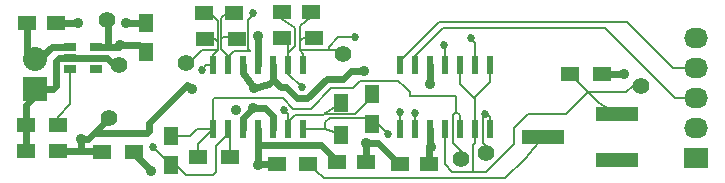
<source format=gtl>
G04 #@! TF.FileFunction,Copper,L1,Top,Signal*
%FSLAX46Y46*%
G04 Gerber Fmt 4.6, Leading zero omitted, Abs format (unit mm)*
G04 Created by KiCad (PCBNEW (2015-01-29 BZR 5396)-product) date 5/25/2015 5:42:28 PM*
%MOMM*%
G01*
G04 APERTURE LIST*
%ADD10C,0.100000*%
%ADD11R,1.500000X1.250000*%
%ADD12R,1.250000X1.500000*%
%ADD13R,2.032000X2.032000*%
%ADD14O,2.032000X2.032000*%
%ADD15R,2.032000X1.727200*%
%ADD16O,2.032000X1.727200*%
%ADD17R,1.500000X1.300000*%
%ADD18R,1.300000X1.500000*%
%ADD19R,1.060000X0.650000*%
%ADD20R,0.600000X1.500000*%
%ADD21R,3.550000X1.310000*%
%ADD22C,1.397000*%
%ADD23C,0.889000*%
%ADD24C,0.685800*%
%ADD25C,0.609600*%
%ADD26C,0.152400*%
G04 APERTURE END LIST*
D10*
D11*
X91450000Y-86600000D03*
X93950000Y-86600000D03*
D12*
X101510000Y-89020000D03*
X101510000Y-86520000D03*
D11*
X120200000Y-98340000D03*
X117700000Y-98340000D03*
D12*
X103660000Y-96090000D03*
X103660000Y-98590000D03*
D11*
X123030000Y-98460000D03*
X125530000Y-98460000D03*
D12*
X120660000Y-95090000D03*
X120660000Y-92590000D03*
D11*
X115550000Y-85630000D03*
X113050000Y-85630000D03*
X106490000Y-85710000D03*
X108990000Y-85710000D03*
D13*
X92160000Y-92160000D03*
D14*
X92160000Y-89620000D03*
D15*
X148090000Y-98030000D03*
D16*
X148090000Y-95490000D03*
X148090000Y-92950000D03*
X148090000Y-90410000D03*
X148090000Y-87870000D03*
D17*
X100490000Y-97460000D03*
X97790000Y-97460000D03*
X94090000Y-97420000D03*
X91390000Y-97420000D03*
X94090000Y-95170000D03*
X91390000Y-95170000D03*
X105940000Y-97920000D03*
X108640000Y-97920000D03*
X137420000Y-90860000D03*
X140120000Y-90860000D03*
X112590000Y-98460000D03*
X115290000Y-98460000D03*
D18*
X118040000Y-96040000D03*
X118040000Y-93340000D03*
D17*
X115760000Y-87820000D03*
X113060000Y-87820000D03*
X106510000Y-87900000D03*
X109210000Y-87900000D03*
D19*
X95140000Y-88550000D03*
X95140000Y-89500000D03*
X95140000Y-90450000D03*
X97340000Y-90450000D03*
X97340000Y-88550000D03*
D20*
X107220000Y-95520000D03*
X108490000Y-95520000D03*
X109760000Y-95520000D03*
X111030000Y-95520000D03*
X112300000Y-95520000D03*
X113570000Y-95520000D03*
X114840000Y-95520000D03*
X114840000Y-90120000D03*
X113570000Y-90120000D03*
X112300000Y-90120000D03*
X111030000Y-90120000D03*
X109760000Y-90120000D03*
X108490000Y-90120000D03*
X107220000Y-90120000D03*
X123060000Y-95540000D03*
X124330000Y-95540000D03*
X125600000Y-95540000D03*
X126870000Y-95540000D03*
X128140000Y-95540000D03*
X129410000Y-95540000D03*
X130680000Y-95540000D03*
X130680000Y-90140000D03*
X129410000Y-90140000D03*
X128140000Y-90140000D03*
X126870000Y-90140000D03*
X125600000Y-90140000D03*
X124330000Y-90140000D03*
X123060000Y-90140000D03*
D21*
X135115000Y-96230000D03*
X141385000Y-98175000D03*
X141385000Y-94285000D03*
D22*
X98430000Y-94590000D03*
X99280000Y-90080000D03*
X98260000Y-86330000D03*
X128180000Y-98080000D03*
X130340000Y-97590000D03*
X118190000Y-89170000D03*
X104950000Y-89960000D03*
X143480000Y-91900000D03*
D23*
X95800000Y-86530000D03*
X142000000Y-90910000D03*
X120130000Y-96680000D03*
X111030000Y-87700000D03*
X125580000Y-91700000D03*
X99850000Y-86520000D03*
X111010000Y-98570000D03*
X101990000Y-99100000D03*
X125640000Y-97050000D03*
X99350000Y-88440000D03*
D24*
X102100000Y-97070000D03*
X130200000Y-94240000D03*
X122000000Y-95920000D03*
X113240000Y-93930000D03*
X126800000Y-88410000D03*
X119240000Y-87780000D03*
X114720000Y-92010000D03*
X129050000Y-87870000D03*
X106240000Y-90540000D03*
X110610000Y-85730000D03*
D23*
X96050000Y-96380000D03*
X110560000Y-93770000D03*
X110670000Y-92050000D03*
X109130000Y-93960000D03*
X105470000Y-92150000D03*
X120000000Y-90600000D03*
D24*
X124320000Y-94180000D03*
X123030000Y-94110000D03*
D25*
X92490000Y-89620000D02*
X92160000Y-89620000D01*
X93560000Y-88550000D02*
X92490000Y-89620000D01*
X95140000Y-88550000D02*
X93560000Y-88550000D01*
X91450000Y-88910000D02*
X92160000Y-89620000D01*
X91450000Y-86600000D02*
X91450000Y-88910000D01*
X91390000Y-97420000D02*
X91390000Y-95170000D01*
X95730000Y-86600000D02*
X93950000Y-86600000D01*
X95730000Y-86600000D02*
X95800000Y-86530000D01*
X99280000Y-90080000D02*
X98820000Y-90080000D01*
X98820000Y-90080000D02*
X98240000Y-89500000D01*
X98240000Y-89500000D02*
X95140000Y-89500000D01*
X94190000Y-89500000D02*
X93930000Y-89760000D01*
X93930000Y-89760000D02*
X93930000Y-91880000D01*
X93930000Y-91880000D02*
X93650000Y-92160000D01*
X93650000Y-92160000D02*
X92160000Y-92160000D01*
X95140000Y-89500000D02*
X94190000Y-89500000D01*
X92160000Y-92160000D02*
X92160000Y-92770000D01*
X92160000Y-92770000D02*
X91390000Y-93540000D01*
X91390000Y-93540000D02*
X91390000Y-95170000D01*
X141950000Y-90860000D02*
X142000000Y-90910000D01*
X140120000Y-90860000D02*
X141950000Y-90860000D01*
X120200000Y-96750000D02*
X120130000Y-96680000D01*
X120200000Y-98340000D02*
X120200000Y-96750000D01*
X121190000Y-96680000D02*
X120130000Y-96680000D01*
X122970000Y-98460000D02*
X121190000Y-96680000D01*
X123030000Y-98460000D02*
X122970000Y-98460000D01*
X111030000Y-90120000D02*
X111030000Y-87700000D01*
X125600000Y-90140000D02*
X125580000Y-91700000D01*
X101510000Y-86520000D02*
X99850000Y-86520000D01*
X98250000Y-86320000D02*
X98260000Y-86330000D01*
X98350000Y-88550000D02*
X98350000Y-86420000D01*
X98350000Y-86420000D02*
X98260000Y-86330000D01*
X97340000Y-88550000D02*
X98350000Y-88550000D01*
X111120000Y-98460000D02*
X111010000Y-98570000D01*
X111030000Y-96900000D02*
X111030000Y-95520000D01*
X111030000Y-98550000D02*
X111030000Y-96900000D01*
X111030000Y-98550000D02*
X111010000Y-98570000D01*
X112590000Y-98460000D02*
X111120000Y-98460000D01*
X100490000Y-97600000D02*
X101990000Y-99100000D01*
X100490000Y-97460000D02*
X100490000Y-97600000D01*
X117700000Y-98210000D02*
X117700000Y-98340000D01*
X116390000Y-96900000D02*
X117700000Y-98210000D01*
X111030000Y-96900000D02*
X116390000Y-96900000D01*
X125530000Y-97160000D02*
X125640000Y-97050000D01*
X125600000Y-97010000D02*
X125600000Y-95540000D01*
X125600000Y-97010000D02*
X125640000Y-97050000D01*
X125530000Y-98460000D02*
X125530000Y-97160000D01*
X100930000Y-88440000D02*
X101510000Y-89020000D01*
X99240000Y-88550000D02*
X98350000Y-88550000D01*
X99240000Y-88550000D02*
X99350000Y-88440000D01*
X100930000Y-88440000D02*
X99350000Y-88440000D01*
D26*
X105940000Y-96800000D02*
X107220000Y-95520000D01*
X105940000Y-97920000D02*
X105940000Y-96800000D01*
X127805000Y-94055000D02*
X128140000Y-94390000D01*
X128140000Y-94390000D02*
X128140000Y-95540000D01*
X128180000Y-98080000D02*
X128180000Y-97410000D01*
X105300000Y-96090000D02*
X105870000Y-95520000D01*
X105870000Y-95520000D02*
X107220000Y-95520000D01*
X103660000Y-96090000D02*
X105300000Y-96090000D01*
X127490000Y-96720000D02*
X127490000Y-94410000D01*
X128180000Y-97410000D02*
X127490000Y-96720000D01*
X127490000Y-94370000D02*
X127805000Y-94055000D01*
X127490000Y-94410000D02*
X127490000Y-94370000D01*
X113120000Y-92950000D02*
X113970000Y-93800000D01*
X113970000Y-93800000D02*
X114380000Y-93800000D01*
X115490000Y-93800000D02*
X117210000Y-92080000D01*
X114380000Y-93800000D02*
X115490000Y-93800000D01*
X117210000Y-92080000D02*
X119050000Y-92080000D01*
X119650000Y-91490000D02*
X119650000Y-91460000D01*
X119640000Y-91490000D02*
X119650000Y-91490000D01*
X119050000Y-92080000D02*
X119640000Y-91490000D01*
X123869930Y-92700000D02*
X123869930Y-92429930D01*
X127740072Y-92700000D02*
X123869930Y-92700000D01*
X127740072Y-92700000D02*
X127745000Y-92705070D01*
X127745000Y-92705070D02*
X127805000Y-94055000D01*
X122900000Y-91460000D02*
X123430000Y-91990000D01*
X107220000Y-93040000D02*
X107330000Y-92930000D01*
X107220000Y-95520000D02*
X107220000Y-93040000D01*
X113120000Y-92930000D02*
X107330000Y-92930000D01*
X119650000Y-91460000D02*
X122900000Y-91460000D01*
X123869930Y-92429930D02*
X123430000Y-91990000D01*
X113120000Y-92930000D02*
X113120000Y-92950000D01*
X108640000Y-95670000D02*
X108490000Y-95520000D01*
X108640000Y-97920000D02*
X108640000Y-95670000D01*
X103660000Y-98590000D02*
X104070000Y-98590000D01*
X108490000Y-95930000D02*
X108490000Y-95520000D01*
X107200000Y-99470000D02*
X107460000Y-99210000D01*
X107460000Y-99210000D02*
X107460000Y-96960000D01*
X107460000Y-96960000D02*
X108490000Y-95930000D01*
X104070000Y-98590000D02*
X104950000Y-99470000D01*
X104950000Y-99470000D02*
X107090000Y-99470000D01*
X107090000Y-99470000D02*
X107200000Y-99470000D01*
X103620000Y-98590000D02*
X102100000Y-97070000D01*
X103660000Y-98590000D02*
X103620000Y-98590000D01*
X117990000Y-95990000D02*
X118040000Y-96040000D01*
X116670000Y-95520000D02*
X117990000Y-95990000D01*
X114840000Y-95520000D02*
X116670000Y-95520000D01*
X120180000Y-95570000D02*
X120660000Y-95090000D01*
X120134802Y-94564802D02*
X120660000Y-95090000D01*
X116670000Y-94974802D02*
X117080000Y-94564802D01*
X117080000Y-94564802D02*
X120134802Y-94564802D01*
X116670000Y-95520000D02*
X116670000Y-94974802D01*
X130200000Y-94240000D02*
X130495000Y-94365000D01*
X130495000Y-94365000D02*
X130680000Y-94550000D01*
X130680000Y-94550000D02*
X130680000Y-95540000D01*
X121170000Y-95090000D02*
X122000000Y-95920000D01*
X120660000Y-95090000D02*
X121170000Y-95090000D01*
X130340000Y-97590000D02*
X130340000Y-96990000D01*
X130040000Y-94400000D02*
X130200000Y-94240000D01*
X130340000Y-96990000D02*
X130040000Y-96690000D01*
X130040000Y-96690000D02*
X130040000Y-94820000D01*
X130040000Y-94820000D02*
X130040000Y-94400000D01*
X116640000Y-94260000D02*
X118040000Y-93340000D01*
X116560000Y-94340000D02*
X116640000Y-94260000D01*
X114170000Y-94340000D02*
X116560000Y-94340000D01*
X113570000Y-94940000D02*
X114170000Y-94340000D01*
X113570000Y-95520000D02*
X113570000Y-94940000D01*
X120380000Y-92870000D02*
X120660000Y-92590000D01*
X120660000Y-92860000D02*
X120660000Y-92590000D01*
X119260000Y-94260000D02*
X120660000Y-92860000D01*
X116640000Y-94260000D02*
X119260000Y-94260000D01*
X113570000Y-94260000D02*
X113240000Y-93930000D01*
X113570000Y-95520000D02*
X113570000Y-94260000D01*
X114840000Y-89170000D02*
X114550000Y-88880000D01*
X114550000Y-88830000D02*
X114550000Y-88140000D01*
X114550000Y-88880000D02*
X114550000Y-88830000D01*
X114820000Y-87820000D02*
X115760000Y-87820000D01*
X114840000Y-90120000D02*
X114840000Y-89170000D01*
X114550000Y-88090000D02*
X114820000Y-87820000D01*
X114550000Y-88140000D02*
X114550000Y-88090000D01*
X114550000Y-86780000D02*
X114550000Y-88090000D01*
X115550000Y-86020000D02*
X114550000Y-86780000D01*
X115550000Y-85630000D02*
X115550000Y-86020000D01*
X117900000Y-88880000D02*
X118190000Y-89170000D01*
X116999753Y-88866563D02*
X117900000Y-88880000D01*
X114550000Y-88830000D02*
X116999753Y-88866563D01*
X117820000Y-87750000D02*
X117860000Y-87710000D01*
X116999753Y-88570247D02*
X117820000Y-87750000D01*
X116999753Y-88866563D02*
X116999753Y-88570247D01*
X126800000Y-88410000D02*
X126870000Y-88480000D01*
X126870000Y-88480000D02*
X126870000Y-90140000D01*
X117820000Y-87750000D02*
X119210000Y-87750000D01*
X119210000Y-87750000D02*
X119240000Y-87780000D01*
X113570000Y-88330000D02*
X113060000Y-87820000D01*
X113570000Y-89070000D02*
X113570000Y-88330000D01*
X113570000Y-90120000D02*
X113570000Y-89070000D01*
X113050000Y-85630000D02*
X113050000Y-86250000D01*
X113810000Y-88820000D02*
X114120000Y-88510000D01*
X114120000Y-88510000D02*
X114120000Y-88290000D01*
X114120000Y-87020000D02*
X113050000Y-86250000D01*
X114120000Y-87020000D02*
X114120000Y-88290000D01*
X113570000Y-89070000D02*
X113810000Y-88830000D01*
X113810000Y-88830000D02*
X113810000Y-88820000D01*
X113570000Y-90860000D02*
X114720000Y-92010000D01*
X113570000Y-90120000D02*
X113570000Y-90860000D01*
X107220000Y-89240000D02*
X107610000Y-88850000D01*
X107610000Y-88850000D02*
X107610000Y-88130000D01*
X107610000Y-88130000D02*
X107380000Y-87900000D01*
X107380000Y-87900000D02*
X106510000Y-87900000D01*
X107220000Y-90120000D02*
X107220000Y-89240000D01*
X107610000Y-86380000D02*
X107610000Y-88130000D01*
X106940000Y-85710000D02*
X107610000Y-86380000D01*
X106490000Y-85710000D02*
X106940000Y-85710000D01*
X106290000Y-88850000D02*
X107610000Y-88850000D01*
X105180000Y-89960000D02*
X106290000Y-88850000D01*
X104950000Y-89960000D02*
X105180000Y-89960000D01*
X129410000Y-88230000D02*
X129050000Y-87870000D01*
X106240000Y-90540000D02*
X106660000Y-90120000D01*
X106660000Y-90120000D02*
X107220000Y-90120000D01*
X129410000Y-90140000D02*
X129410000Y-88230000D01*
X109040000Y-87730000D02*
X109210000Y-87900000D01*
X108490000Y-89320000D02*
X107920000Y-88750000D01*
X107920000Y-88750000D02*
X107920000Y-87890000D01*
X107920000Y-87890000D02*
X108080000Y-87730000D01*
X108080000Y-87730000D02*
X109040000Y-87730000D01*
X108490000Y-90120000D02*
X108490000Y-89320000D01*
X107920000Y-87230000D02*
X107920000Y-87890000D01*
X107920000Y-86170000D02*
X107920000Y-87230000D01*
X108380000Y-85710000D02*
X107920000Y-86170000D01*
X108990000Y-85710000D02*
X108380000Y-85710000D01*
X107920000Y-87230000D02*
X107920000Y-87020000D01*
X108490000Y-90120000D02*
X108490000Y-89430000D01*
X110305002Y-88924998D02*
X110170000Y-88789996D01*
X110170000Y-88789996D02*
X110170000Y-86310000D01*
X110170000Y-86310000D02*
X110610000Y-85870000D01*
X110610000Y-85870000D02*
X110610000Y-85730000D01*
X108490000Y-89430000D02*
X108960000Y-88960000D01*
X110214998Y-88960000D02*
X110250000Y-88924998D01*
X108960000Y-88960000D02*
X110214998Y-88960000D01*
X110250000Y-88924998D02*
X110305002Y-88924998D01*
D25*
X96050000Y-96380000D02*
X96640000Y-96380000D01*
X97110000Y-95910000D02*
X98430000Y-94590000D01*
X96640000Y-96380000D02*
X97110000Y-95910000D01*
X96050000Y-97420000D02*
X96050000Y-96320000D01*
X96050000Y-96320000D02*
X96050000Y-96380000D01*
X94090000Y-97420000D02*
X96050000Y-97420000D01*
X96050000Y-97420000D02*
X96070000Y-97420000D01*
X96070000Y-97420000D02*
X97750000Y-97420000D01*
X97750000Y-97420000D02*
X97790000Y-97460000D01*
X109760000Y-94570000D02*
X110560000Y-93770000D01*
X109760000Y-95520000D02*
X109760000Y-94570000D01*
X112300000Y-94460000D02*
X111610000Y-93770000D01*
X111610000Y-93770000D02*
X110560000Y-93770000D01*
X112300000Y-95520000D02*
X112300000Y-94460000D01*
X109760000Y-90770000D02*
X110670000Y-92050000D01*
X109760000Y-90120000D02*
X109760000Y-90770000D01*
X112300000Y-91360000D02*
X111920000Y-91740000D01*
X111920000Y-91740000D02*
X110670000Y-92050000D01*
X112300000Y-90120000D02*
X112300000Y-91360000D01*
X101620000Y-95910000D02*
X101810000Y-95720000D01*
X101810000Y-95720000D02*
X101810000Y-95000000D01*
X101810000Y-95000000D02*
X104970000Y-91840000D01*
X104970000Y-91840000D02*
X105470000Y-92150000D01*
X97110000Y-95910000D02*
X101620000Y-95910000D01*
X120000000Y-90600000D02*
X119900000Y-90700000D01*
X113360000Y-92000000D02*
X114300000Y-92940000D01*
X114300000Y-92940000D02*
X115180000Y-92940000D01*
X115180000Y-92940000D02*
X116840000Y-91280000D01*
X116840000Y-91280000D02*
X118200000Y-91280000D01*
X118200000Y-91280000D02*
X118880000Y-90600000D01*
X118880000Y-90600000D02*
X120000000Y-90600000D01*
X112300000Y-91360000D02*
X112940000Y-92000000D01*
X112940000Y-92000000D02*
X113360000Y-92000000D01*
D26*
X124330000Y-94190000D02*
X124330000Y-95540000D01*
X124330000Y-94190000D02*
X124320000Y-94180000D01*
X123060000Y-95540000D02*
X123060000Y-94140000D01*
X123060000Y-94140000D02*
X123030000Y-94110000D01*
X124330000Y-89330000D02*
X126650000Y-87010000D01*
X126650000Y-87010000D02*
X140380000Y-87010000D01*
X140380000Y-87010000D02*
X146320000Y-92950000D01*
X146320000Y-92950000D02*
X148090000Y-92950000D01*
X124330000Y-90140000D02*
X124330000Y-89330000D01*
X146190000Y-90410000D02*
X148090000Y-90410000D01*
X142280000Y-86500000D02*
X146190000Y-90410000D01*
X126370000Y-86500000D02*
X142280000Y-86500000D01*
X123060000Y-89810000D02*
X126370000Y-86500000D01*
X123060000Y-90140000D02*
X123060000Y-89810000D01*
X94090000Y-95170000D02*
X94090000Y-94490000D01*
X95140000Y-93440000D02*
X95140000Y-90450000D01*
X94090000Y-94490000D02*
X95140000Y-93440000D01*
X138975000Y-92415000D02*
X137420000Y-90860000D01*
X139875000Y-93315000D02*
X138975000Y-92415000D01*
X141385000Y-94285000D02*
X139875000Y-93315000D01*
X138970000Y-92420000D02*
X138975000Y-92415000D01*
X137105000Y-94285000D02*
X138970000Y-92420000D01*
X126870000Y-95540000D02*
X126870000Y-98530000D01*
X132660000Y-95480000D02*
X133855000Y-94285000D01*
X132660000Y-96820000D02*
X132660000Y-95480000D01*
X130340000Y-99140000D02*
X132660000Y-96820000D01*
X129220000Y-99140000D02*
X130340000Y-99140000D01*
X127480000Y-99140000D02*
X129220000Y-99140000D01*
X126870000Y-98530000D02*
X127480000Y-99140000D01*
X133855000Y-94285000D02*
X137105000Y-94285000D01*
X129410000Y-96720000D02*
X129220000Y-96910000D01*
X129220000Y-96910000D02*
X129220000Y-99140000D01*
X129410000Y-95540000D02*
X129410000Y-96720000D01*
X129410000Y-92840000D02*
X130680000Y-91570000D01*
X130680000Y-91570000D02*
X130680000Y-90140000D01*
X129410000Y-93000000D02*
X129410000Y-92840000D01*
X129410000Y-95540000D02*
X129410000Y-93000000D01*
X128140000Y-91730000D02*
X129410000Y-93000000D01*
X128140000Y-90140000D02*
X128140000Y-91730000D01*
X142220000Y-92420000D02*
X142740000Y-91900000D01*
X142740000Y-91900000D02*
X143480000Y-91900000D01*
X138970000Y-92420000D02*
X142220000Y-92420000D01*
X133605000Y-98095000D02*
X131930000Y-99660000D01*
X131930000Y-99660000D02*
X116580000Y-99660000D01*
X116580000Y-99660000D02*
X115290000Y-98460000D01*
X135115000Y-96230000D02*
X133605000Y-98095000D01*
M02*

</source>
